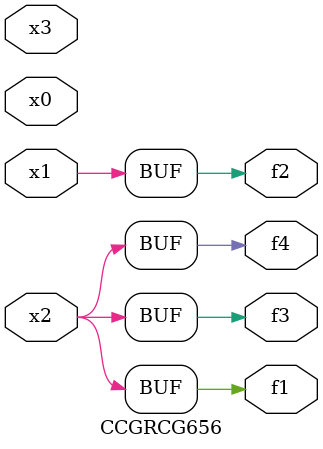
<source format=v>
module CCGRCG656(
	input x0, x1, x2, x3,
	output f1, f2, f3, f4
);
	assign f1 = x2;
	assign f2 = x1;
	assign f3 = x2;
	assign f4 = x2;
endmodule

</source>
